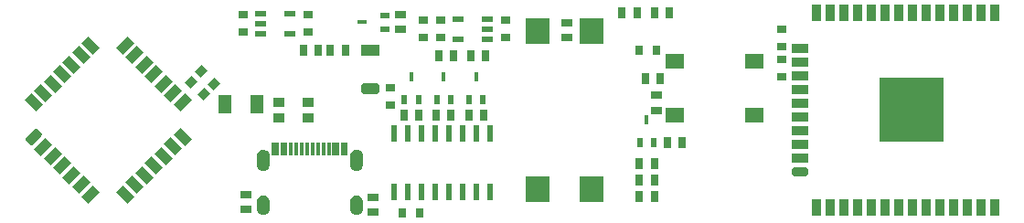
<source format=gtp>
G04 Layer_Color=8421504*
%FSLAX24Y24*%
%MOIN*%
G70*
G01*
G75*
%ADD11R,0.0685X0.0551*%
%ADD12R,0.0866X0.0945*%
%ADD13R,0.0689X0.0394*%
G04:AMPARAMS|DCode=14|XSize=68.9mil|YSize=39.4mil|CornerRadius=0mil|HoleSize=0mil|Usage=FLASHONLY|Rotation=180.000|XOffset=0mil|YOffset=0mil|HoleType=Round|Shape=Octagon|*
%AMOCTAGOND14*
4,1,8,-0.0344,0.0098,-0.0344,-0.0098,-0.0246,-0.0197,0.0246,-0.0197,0.0344,-0.0098,0.0344,0.0098,0.0246,0.0197,-0.0246,0.0197,-0.0344,0.0098,0.0*
%
%ADD14OCTAGOND14*%

%ADD15R,0.0335X0.0217*%
G04:AMPARAMS|DCode=16|XSize=33.5mil|YSize=15.7mil|CornerRadius=0mil|HoleSize=0mil|Usage=FLASHONLY|Rotation=180.000|XOffset=0mil|YOffset=0mil|HoleType=Round|Shape=Octagon|*
%AMOCTAGOND16*
4,1,8,-0.0167,0.0039,-0.0167,-0.0039,-0.0128,-0.0079,0.0128,-0.0079,0.0167,-0.0039,0.0167,0.0039,0.0128,0.0079,-0.0128,0.0079,-0.0167,0.0039,0.0*
%
%ADD16OCTAGOND16*%

G04:AMPARAMS|DCode=17|XSize=43.3mil|YSize=35.4mil|CornerRadius=8.9mil|HoleSize=0mil|Usage=FLASHONLY|Rotation=180.000|XOffset=0mil|YOffset=0mil|HoleType=Round|Shape=RoundedRectangle|*
%AMROUNDEDRECTD17*
21,1,0.0433,0.0177,0,0,180.0*
21,1,0.0256,0.0354,0,0,180.0*
1,1,0.0177,-0.0128,0.0089*
1,1,0.0177,0.0128,0.0089*
1,1,0.0177,0.0128,-0.0089*
1,1,0.0177,-0.0128,-0.0089*
%
%ADD17ROUNDEDRECTD17*%
%ADD18R,0.0433X0.0217*%
G04:AMPARAMS|DCode=19|XSize=59.1mil|YSize=35.4mil|CornerRadius=0mil|HoleSize=0mil|Usage=FLASHONLY|Rotation=135.000|XOffset=0mil|YOffset=0mil|HoleType=Round|Shape=Rectangle|*
%AMROTATEDRECTD19*
4,1,4,0.0334,-0.0084,0.0084,-0.0334,-0.0334,0.0084,-0.0084,0.0334,0.0334,-0.0084,0.0*
%
%ADD19ROTATEDRECTD19*%

G04:AMPARAMS|DCode=20|XSize=59.1mil|YSize=35.4mil|CornerRadius=0mil|HoleSize=0mil|Usage=FLASHONLY|Rotation=45.000|XOffset=0mil|YOffset=0mil|HoleType=Round|Shape=Rectangle|*
%AMROTATEDRECTD20*
4,1,4,-0.0084,-0.0334,-0.0334,-0.0084,0.0084,0.0334,0.0334,0.0084,-0.0084,-0.0334,0.0*
%
%ADD20ROTATEDRECTD20*%

G04:AMPARAMS|DCode=21|XSize=59.1mil|YSize=35.4mil|CornerRadius=8.9mil|HoleSize=0mil|Usage=FLASHONLY|Rotation=45.000|XOffset=0mil|YOffset=0mil|HoleType=Round|Shape=RoundedRectangle|*
%AMROUNDEDRECTD21*
21,1,0.0591,0.0177,0,0,45.0*
21,1,0.0413,0.0354,0,0,45.0*
1,1,0.0177,0.0209,0.0084*
1,1,0.0177,-0.0084,-0.0209*
1,1,0.0177,-0.0209,-0.0084*
1,1,0.0177,0.0084,0.0209*
%
%ADD21ROUNDEDRECTD21*%
%ADD22R,0.0453X0.0709*%
%ADD26R,0.0354X0.0591*%
%ADD27R,0.0591X0.0354*%
G04:AMPARAMS|DCode=28|XSize=35.4mil|YSize=59.1mil|CornerRadius=0mil|HoleSize=0mil|Usage=FLASHONLY|Rotation=90.000|XOffset=0mil|YOffset=0mil|HoleType=Round|Shape=Octagon|*
%AMOCTAGOND28*
4,1,8,-0.0295,-0.0089,-0.0295,0.0089,-0.0207,0.0177,0.0207,0.0177,0.0295,0.0089,0.0295,-0.0089,0.0207,-0.0177,-0.0207,-0.0177,-0.0295,-0.0089,0.0*
%
%ADD28OCTAGOND28*%

%ADD29R,0.2362X0.2362*%
%ADD30R,0.0315X0.0374*%
%ADD31R,0.0390X0.0283*%
%ADD32R,0.0236X0.0610*%
%ADD33R,0.0118X0.0512*%
%ADD34R,0.0374X0.0315*%
%ADD35R,0.0283X0.0390*%
G04:AMPARAMS|DCode=36|XSize=37.4mil|YSize=31.5mil|CornerRadius=0mil|HoleSize=0mil|Usage=FLASHONLY|Rotation=225.000|XOffset=0mil|YOffset=0mil|HoleType=Round|Shape=Rectangle|*
%AMROTATEDRECTD36*
4,1,4,0.0021,0.0244,0.0244,0.0021,-0.0021,-0.0244,-0.0244,-0.0021,0.0021,0.0244,0.0*
%
%ADD36ROTATEDRECTD36*%

%ADD37R,0.0217X0.0335*%
G04:AMPARAMS|DCode=38|XSize=33.5mil|YSize=15.7mil|CornerRadius=0mil|HoleSize=0mil|Usage=FLASHONLY|Rotation=90.000|XOffset=0mil|YOffset=0mil|HoleType=Round|Shape=Octagon|*
%AMOCTAGOND38*
4,1,8,0.0039,0.0167,-0.0039,0.0167,-0.0079,0.0128,-0.0079,-0.0128,-0.0039,-0.0167,0.0039,-0.0167,0.0079,-0.0128,0.0079,0.0128,0.0039,0.0167,0.0*
%
%ADD38OCTAGOND38*%

G36*
X14989Y906D02*
X15052Y842D01*
X15087Y759D01*
Y714D01*
Y668D01*
X15087Y620D01*
X15086Y620D01*
Y466D01*
Y420D01*
X15051Y334D01*
X14985Y269D01*
X14900Y233D01*
X14791D01*
X14711Y267D01*
X14649Y328D01*
X14616Y409D01*
Y452D01*
Y566D01*
X14615Y708D01*
Y754D01*
X14650Y840D01*
X14715Y905D01*
X14801Y940D01*
X14906D01*
X14989Y906D01*
D02*
G37*
G36*
X11587D02*
X11651Y842D01*
X11685Y759D01*
Y714D01*
Y668D01*
X11685Y620D01*
X11685Y620D01*
Y466D01*
Y420D01*
X11649Y334D01*
X11584Y269D01*
X11498Y233D01*
X11389D01*
X11309Y267D01*
X11247Y328D01*
X11214Y409D01*
Y452D01*
Y566D01*
X11213Y708D01*
Y754D01*
X11249Y840D01*
X11314Y905D01*
X11399Y940D01*
X11504D01*
X11587Y906D01*
D02*
G37*
G36*
X14988Y2591D02*
X15052Y2527D01*
X15087Y2444D01*
Y2398D01*
X15086Y2102D01*
Y2074D01*
Y2027D01*
X15051Y1941D01*
X14985Y1875D01*
X14899Y1839D01*
X14797D01*
X14713Y1874D01*
X14649Y1938D01*
X14615Y2021D01*
Y2066D01*
X14615Y2374D01*
Y2395D01*
Y2441D01*
X14650Y2526D01*
X14715Y2590D01*
X14800Y2626D01*
X14905D01*
X14988Y2591D01*
D02*
G37*
G36*
X11587D02*
X11650Y2527D01*
X11685Y2444D01*
Y2398D01*
X11685Y2102D01*
Y2074D01*
Y2027D01*
X11649Y1941D01*
X11583Y1875D01*
X11497Y1839D01*
X11395D01*
X11311Y1874D01*
X11248Y1938D01*
X11213Y2021D01*
Y2066D01*
X11213Y2374D01*
Y2395D01*
Y2441D01*
X11248Y2526D01*
X11313Y2590D01*
X11398Y2626D01*
X11503D01*
X11587Y2591D01*
D02*
G37*
D11*
X29339Y3868D02*
D03*
X26450D02*
D03*
X29339Y5837D02*
D03*
X26450D02*
D03*
D12*
X21457Y1191D02*
D03*
Y6939D02*
D03*
X23425Y1191D02*
D03*
Y6939D02*
D03*
D13*
X15354Y6230D02*
D03*
D14*
Y4852D02*
D03*
D15*
X15886Y7014D02*
D03*
Y7526D02*
D03*
D16*
X15059Y7270D02*
D03*
D17*
X13100Y3770D02*
D03*
X12037D02*
D03*
X12037Y4360D02*
D03*
X13100D02*
D03*
D18*
X19626Y6644D02*
D03*
X19626Y7018D02*
D03*
X19626Y7392D02*
D03*
X18563D02*
D03*
Y6644D02*
D03*
X11358Y7592D02*
D03*
X11358Y7218D02*
D03*
X11358Y6844D02*
D03*
X12421D02*
D03*
Y7592D02*
D03*
D19*
X8506Y3074D02*
D03*
X8158Y2727D02*
D03*
X7810Y2378D02*
D03*
X7462Y2030D02*
D03*
X7114Y1683D02*
D03*
X6766Y1334D02*
D03*
X6418Y987D02*
D03*
X3077Y4327D02*
D03*
X3425Y4675D02*
D03*
X3773Y5023D02*
D03*
X4121Y5371D02*
D03*
X4469Y5719D02*
D03*
X4817Y6067D02*
D03*
X5165Y6415D02*
D03*
D20*
Y987D02*
D03*
X4817Y1334D02*
D03*
X4469Y1683D02*
D03*
X4121Y2030D02*
D03*
X3773Y2378D02*
D03*
X3425Y2726D02*
D03*
X6418Y6415D02*
D03*
X6766Y6067D02*
D03*
X7114Y5719D02*
D03*
X7462Y5371D02*
D03*
X7810Y5023D02*
D03*
X8158Y4675D02*
D03*
X8506Y4327D02*
D03*
D21*
X3077Y3074D02*
D03*
D22*
X11220Y4262D02*
D03*
X10039D02*
D03*
D26*
X38122Y7608D02*
D03*
X37622D02*
D03*
X37122D02*
D03*
X36622Y7608D02*
D03*
X36122D02*
D03*
X35622D02*
D03*
X35122Y7608D02*
D03*
X34622D02*
D03*
X34122D02*
D03*
X33622Y7608D02*
D03*
X33122D02*
D03*
X32622Y7608D02*
D03*
X32122D02*
D03*
X31622D02*
D03*
Y522D02*
D03*
X32122D02*
D03*
X32622D02*
D03*
X33122Y522D02*
D03*
X33622Y522D02*
D03*
X34122D02*
D03*
X34622D02*
D03*
X35122D02*
D03*
X35622Y522D02*
D03*
X36122Y522D02*
D03*
X36622Y522D02*
D03*
X37122Y522D02*
D03*
X37622D02*
D03*
X38122D02*
D03*
D27*
X31035Y6315D02*
D03*
X31035Y5815D02*
D03*
X31035Y5315D02*
D03*
X31035Y4815D02*
D03*
X31035Y4315D02*
D03*
X31035Y3815D02*
D03*
X31035Y3315D02*
D03*
X31035Y2815D02*
D03*
X31035Y2315D02*
D03*
D28*
X31035Y1815D02*
D03*
D29*
X35091Y4065D02*
D03*
D30*
X16535Y325D02*
D03*
X17165D02*
D03*
X25772Y6236D02*
D03*
X25142D02*
D03*
D31*
X10827Y990D02*
D03*
Y447D02*
D03*
X25772Y4602D02*
D03*
Y4059D02*
D03*
X22520Y7240D02*
D03*
Y6697D02*
D03*
X16457Y7542D02*
D03*
X16457Y6998D02*
D03*
X15458Y872D02*
D03*
Y329D02*
D03*
D32*
X16226Y3199D02*
D03*
X16726D02*
D03*
X19726Y1073D02*
D03*
X19726Y3199D02*
D03*
X19226D02*
D03*
X18726D02*
D03*
X18226D02*
D03*
X17726D02*
D03*
X17226D02*
D03*
X19226Y1073D02*
D03*
X18726D02*
D03*
X18226D02*
D03*
X17726D02*
D03*
X17226D02*
D03*
X16726D02*
D03*
X16226D02*
D03*
D33*
X14469Y2653D02*
D03*
X14350Y2653D02*
D03*
X14154Y2653D02*
D03*
X14032Y2653D02*
D03*
X12268Y2653D02*
D03*
X12142Y2653D02*
D03*
X11949Y2653D02*
D03*
X11811D02*
D03*
X13839Y2653D02*
D03*
X13642D02*
D03*
X13445D02*
D03*
X13248Y2653D02*
D03*
X13051Y2653D02*
D03*
X12854Y2653D02*
D03*
X12658Y2653D02*
D03*
X12461D02*
D03*
D34*
X30354Y5293D02*
D03*
X30354Y5923D02*
D03*
Y7018D02*
D03*
Y6388D02*
D03*
X16099Y4242D02*
D03*
Y4872D02*
D03*
X17283Y7333D02*
D03*
Y6703D02*
D03*
X17913D02*
D03*
Y7333D02*
D03*
X13071Y7533D02*
D03*
Y6903D02*
D03*
X10709Y7533D02*
D03*
Y6903D02*
D03*
X20276Y6703D02*
D03*
Y7333D02*
D03*
D35*
X25709Y1506D02*
D03*
X25165D02*
D03*
X25709Y915D02*
D03*
X25165D02*
D03*
X25709Y2097D02*
D03*
X25165D02*
D03*
X18382Y6034D02*
D03*
X17839D02*
D03*
X25383Y5207D02*
D03*
X25926D02*
D03*
X26185Y2874D02*
D03*
X26728D02*
D03*
X25075Y7608D02*
D03*
X24532D02*
D03*
X26256D02*
D03*
X25713D02*
D03*
X19020Y6034D02*
D03*
X19563D02*
D03*
X18941Y3868D02*
D03*
X19484D02*
D03*
X17760D02*
D03*
X18303D02*
D03*
X16579D02*
D03*
X17122D02*
D03*
X14445Y6230D02*
D03*
X13902D02*
D03*
X13461D02*
D03*
X12917D02*
D03*
D36*
X9200Y5469D02*
D03*
X9646Y5023D02*
D03*
X9278Y4630D02*
D03*
X8832Y5075D02*
D03*
D37*
X25181Y2874D02*
D03*
X25693D02*
D03*
X18957Y4439D02*
D03*
X19468D02*
D03*
X16594D02*
D03*
X17106D02*
D03*
X17776D02*
D03*
X18287D02*
D03*
D38*
X25437Y3701D02*
D03*
X19213Y5266D02*
D03*
X16850D02*
D03*
X18032D02*
D03*
M02*

</source>
